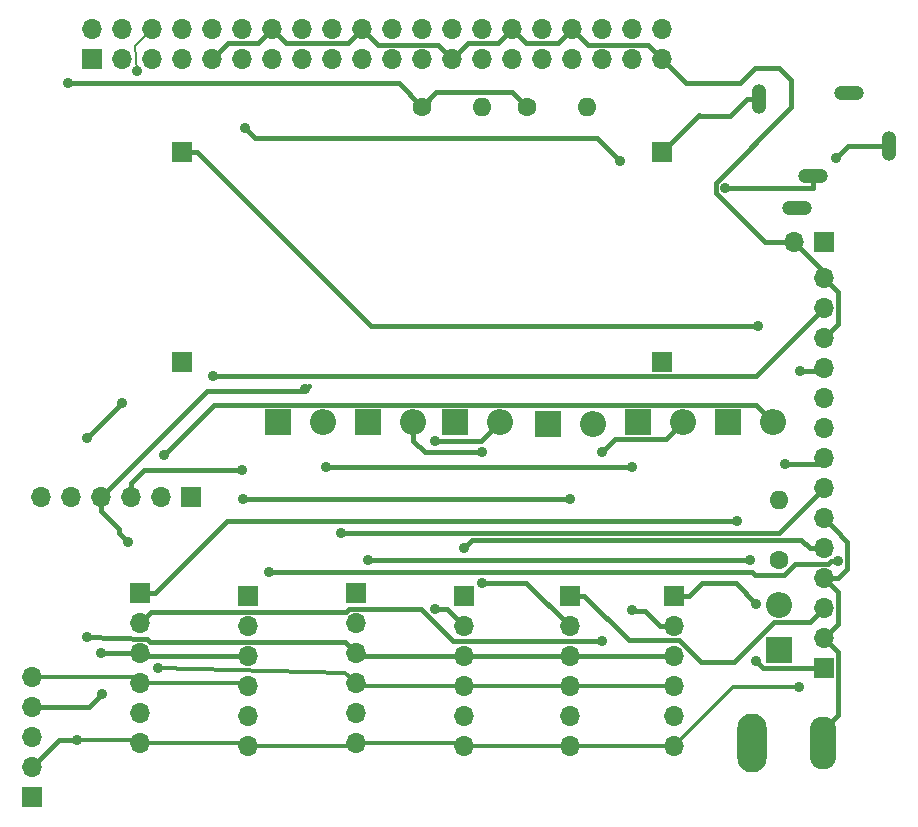
<source format=gbl>
G04 #@! TF.GenerationSoftware,KiCad,Pcbnew,(5.0.1)-4*
G04 #@! TF.CreationDate,2019-03-02T10:25:11-05:00*
G04 #@! TF.ProjectId,cubesatsim_solar,6375626573617473696D5F736F6C6172,B2.0*
G04 #@! TF.SameCoordinates,Original*
G04 #@! TF.FileFunction,Copper,L2,Bot,Signal*
G04 #@! TF.FilePolarity,Positive*
%FSLAX46Y46*%
G04 Gerber Fmt 4.6, Leading zero omitted, Abs format (unit mm)*
G04 Created by KiCad (PCBNEW (5.0.1)-4) date 3/2/2019 10:25:11 AM*
%MOMM*%
%LPD*%
G01*
G04 APERTURE LIST*
G04 #@! TA.AperFunction,ComponentPad*
%ADD10R,2.200000X2.200000*%
G04 #@! TD*
G04 #@! TA.AperFunction,ComponentPad*
%ADD11O,2.200000X2.200000*%
G04 #@! TD*
G04 #@! TA.AperFunction,ComponentPad*
%ADD12C,1.600000*%
G04 #@! TD*
G04 #@! TA.AperFunction,ComponentPad*
%ADD13O,1.600000X1.600000*%
G04 #@! TD*
G04 #@! TA.AperFunction,ComponentPad*
%ADD14R,1.700000X1.700000*%
G04 #@! TD*
G04 #@! TA.AperFunction,ComponentPad*
%ADD15O,1.700000X1.700000*%
G04 #@! TD*
G04 #@! TA.AperFunction,ComponentPad*
%ADD16O,2.500000X5.000000*%
G04 #@! TD*
G04 #@! TA.AperFunction,ComponentPad*
%ADD17O,2.250000X4.500000*%
G04 #@! TD*
G04 #@! TA.AperFunction,ComponentPad*
%ADD18O,1.258000X2.516000*%
G04 #@! TD*
G04 #@! TA.AperFunction,ComponentPad*
%ADD19O,2.516000X1.258000*%
G04 #@! TD*
G04 #@! TA.AperFunction,ViaPad*
%ADD20C,0.889000*%
G04 #@! TD*
G04 #@! TA.AperFunction,Conductor*
%ADD21C,0.400000*%
G04 #@! TD*
G04 #@! TA.AperFunction,Conductor*
%ADD22C,0.200000*%
G04 #@! TD*
G04 #@! TA.AperFunction,Conductor*
%ADD23C,0.300000*%
G04 #@! TD*
G04 APERTURE END LIST*
D10*
G04 #@! TO.P,D7,1*
G04 #@! TO.N,Net-(D7-Pad1)*
X171476000Y-126084000D03*
D11*
G04 #@! TO.P,D7,2*
G04 #@! TO.N,Net-(D7-Pad2)*
X171476000Y-122274000D03*
G04 #@! TD*
D12*
G04 #@! TO.P,R3,1*
G04 #@! TO.N,+3V3*
X171476000Y-118464000D03*
D13*
G04 #@! TO.P,R3,2*
G04 #@! TO.N,Net-(D7-Pad2)*
X171476000Y-113384000D03*
G04 #@! TD*
D14*
G04 #@! TO.P,J13,1*
G04 #@! TO.N,-Z_In*
X121692000Y-113130000D03*
D15*
G04 #@! TO.P,J13,2*
G04 #@! TO.N,-Z_Out*
X119152000Y-113130000D03*
G04 #@! TO.P,J13,3*
G04 #@! TO.N,SDA_3*
X116612000Y-113130000D03*
G04 #@! TO.P,J13,4*
G04 #@! TO.N,SCL_3*
X114072000Y-113130000D03*
G04 #@! TO.P,J13,5*
G04 #@! TO.N,GND*
X111532000Y-113130000D03*
G04 #@! TO.P,J13,6*
G04 #@! TO.N,+3V3*
X108992000Y-113130000D03*
G04 #@! TD*
D14*
G04 #@! TO.P,J17,1*
G04 #@! TO.N,Net-(J17-Pad1)*
X120930000Y-83920000D03*
G04 #@! TD*
G04 #@! TO.P,J2,1*
G04 #@! TO.N,+X_In*
X175286000Y-127608000D03*
D15*
G04 #@! TO.P,J2,2*
G04 #@! TO.N,GND*
X175286000Y-125068000D03*
G04 #@! TO.P,J2,3*
G04 #@! TO.N,+Y_In*
X175286000Y-122528000D03*
G04 #@! TO.P,J2,4*
G04 #@! TO.N,GND*
X175286000Y-119988000D03*
G04 #@! TO.P,J2,5*
G04 #@! TO.N,+Z_In*
X175286000Y-117448000D03*
G04 #@! TO.P,J2,6*
G04 #@! TO.N,GND*
X175286000Y-114908000D03*
G04 #@! TO.P,J2,7*
G04 #@! TO.N,VbattIn*
X175286000Y-112368000D03*
G04 #@! TO.P,J2,8*
G04 #@! TO.N,VbattOut*
X175286000Y-109828000D03*
G04 #@! TO.P,J2,9*
G04 #@! TO.N,-X_In*
X175286000Y-107288000D03*
G04 #@! TO.P,J2,10*
G04 #@! TO.N,GND*
X175286000Y-104748000D03*
G04 #@! TO.P,J2,11*
G04 #@! TO.N,-Y_In*
X175286000Y-102208000D03*
G04 #@! TO.P,J2,12*
G04 #@! TO.N,GND*
X175286000Y-99668000D03*
G04 #@! TO.P,J2,13*
G04 #@! TO.N,-Z_In*
X175286000Y-97128000D03*
G04 #@! TO.P,J2,14*
G04 #@! TO.N,GND*
X175286000Y-94588000D03*
G04 #@! TD*
D16*
G04 #@! TO.P,J1,1*
G04 #@! TO.N,Net-(J1-Pad1)*
X169190000Y-133958000D03*
D17*
G04 #@! TO.P,J1,2*
G04 #@! TO.N,GND*
X175190000Y-133958000D03*
G04 #@! TD*
D18*
G04 #@! TO.P,J3,1*
G04 #@! TO.N,Net-(J1-Pad1)*
X180794000Y-83416000D03*
D19*
G04 #@! TO.P,J3,2*
G04 #@! TO.N,Net-(J17-Pad1)*
X172994000Y-88616000D03*
G04 #@! TO.P,J3,3*
G04 #@! TO.N,Net-(D1-Pad1)*
X174394000Y-85916000D03*
D18*
G04 #@! TO.P,J3,4*
G04 #@! TO.N,Net-(J15-Pad1)*
X169794000Y-79416000D03*
D19*
G04 #@! TO.P,J3,5*
G04 #@! TO.N,Net-(J3-Pad5)*
X177394000Y-78916000D03*
G04 #@! TD*
D10*
G04 #@! TO.P,D6,1*
G04 #@! TO.N,Net-(D1-Pad1)*
X167158000Y-106780000D03*
D11*
G04 #@! TO.P,D6,2*
G04 #@! TO.N,-Z_Out*
X170968000Y-106780000D03*
G04 #@! TD*
D14*
G04 #@! TO.P,P3,1*
G04 #@! TO.N,+3V3*
X113310000Y-76046000D03*
D15*
G04 #@! TO.P,P3,2*
G04 #@! TO.N,+5V*
X113310000Y-73506000D03*
G04 #@! TO.P,P3,3*
G04 #@! TO.N,SDA_1*
X115850000Y-76046000D03*
G04 #@! TO.P,P3,4*
G04 #@! TO.N,+5V*
X115850000Y-73506000D03*
G04 #@! TO.P,P3,5*
G04 #@! TO.N,SCL_1*
X118390000Y-76046000D03*
G04 #@! TO.P,P3,6*
G04 #@! TO.N,GND*
X118390000Y-73506000D03*
G04 #@! TO.P,P3,7*
G04 #@! TO.N,Net-(P3-Pad7)*
X120930000Y-76046000D03*
G04 #@! TO.P,P3,8*
G04 #@! TO.N,Net-(P3-Pad8)*
X120930000Y-73506000D03*
G04 #@! TO.P,P3,9*
G04 #@! TO.N,GND*
X123470000Y-76046000D03*
G04 #@! TO.P,P3,10*
G04 #@! TO.N,Net-(P3-Pad10)*
X123470000Y-73506000D03*
G04 #@! TO.P,P3,11*
G04 #@! TO.N,Net-(D7-Pad1)*
X126010000Y-76046000D03*
G04 #@! TO.P,P3,12*
G04 #@! TO.N,Net-(P3-Pad12)*
X126010000Y-73506000D03*
G04 #@! TO.P,P3,13*
G04 #@! TO.N,Net-(P3-Pad13)*
X128550000Y-76046000D03*
G04 #@! TO.P,P3,14*
G04 #@! TO.N,GND*
X128550000Y-73506000D03*
G04 #@! TO.P,P3,15*
G04 #@! TO.N,Net-(P3-Pad15)*
X131090000Y-76046000D03*
G04 #@! TO.P,P3,16*
G04 #@! TO.N,Net-(P3-Pad16)*
X131090000Y-73506000D03*
G04 #@! TO.P,P3,17*
G04 #@! TO.N,Net-(P3-Pad17)*
X133630000Y-76046000D03*
G04 #@! TO.P,P3,18*
G04 #@! TO.N,Net-(P3-Pad18)*
X133630000Y-73506000D03*
G04 #@! TO.P,P3,19*
G04 #@! TO.N,Net-(P3-Pad19)*
X136170000Y-76046000D03*
G04 #@! TO.P,P3,20*
G04 #@! TO.N,GND*
X136170000Y-73506000D03*
G04 #@! TO.P,P3,21*
G04 #@! TO.N,Net-(P3-Pad21)*
X138710000Y-76046000D03*
G04 #@! TO.P,P3,22*
G04 #@! TO.N,Net-(P3-Pad22)*
X138710000Y-73506000D03*
G04 #@! TO.P,P3,23*
G04 #@! TO.N,Net-(P3-Pad23)*
X141250000Y-76046000D03*
G04 #@! TO.P,P3,24*
G04 #@! TO.N,Net-(P3-Pad24)*
X141250000Y-73506000D03*
G04 #@! TO.P,P3,25*
G04 #@! TO.N,GND*
X143790000Y-76046000D03*
G04 #@! TO.P,P3,26*
G04 #@! TO.N,Net-(P3-Pad26)*
X143790000Y-73506000D03*
G04 #@! TO.P,P3,27*
G04 #@! TO.N,SDA_3*
X146330000Y-76046000D03*
G04 #@! TO.P,P3,28*
G04 #@! TO.N,SCL_3*
X146330000Y-73506000D03*
G04 #@! TO.P,P3,29*
G04 #@! TO.N,Net-(P3-Pad29)*
X148870000Y-76046000D03*
G04 #@! TO.P,P3,30*
G04 #@! TO.N,GND*
X148870000Y-73506000D03*
G04 #@! TO.P,P3,31*
G04 #@! TO.N,Net-(P3-Pad31)*
X151410000Y-76046000D03*
G04 #@! TO.P,P3,32*
G04 #@! TO.N,Net-(P3-Pad32)*
X151410000Y-73506000D03*
G04 #@! TO.P,P3,33*
G04 #@! TO.N,Net-(P3-Pad33)*
X153950000Y-76046000D03*
G04 #@! TO.P,P3,34*
G04 #@! TO.N,GND*
X153950000Y-73506000D03*
G04 #@! TO.P,P3,35*
G04 #@! TO.N,Net-(P3-Pad35)*
X156490000Y-76046000D03*
G04 #@! TO.P,P3,36*
G04 #@! TO.N,Net-(P3-Pad36)*
X156490000Y-73506000D03*
G04 #@! TO.P,P3,37*
G04 #@! TO.N,Net-(P3-Pad37)*
X159030000Y-76046000D03*
G04 #@! TO.P,P3,38*
G04 #@! TO.N,N/C*
X159030000Y-73506000D03*
G04 #@! TO.P,P3,39*
G04 #@! TO.N,GND*
X161570000Y-76046000D03*
G04 #@! TO.P,P3,40*
G04 #@! TO.N,Net-(P3-Pad40)*
X161570000Y-73506000D03*
G04 #@! TD*
D14*
G04 #@! TO.P,J14,1*
G04 #@! TO.N,GND*
X120930000Y-101700000D03*
G04 #@! TD*
G04 #@! TO.P,J15,1*
G04 #@! TO.N,Net-(J15-Pad1)*
X161570000Y-83920000D03*
G04 #@! TD*
G04 #@! TO.P,J16,1*
G04 #@! TO.N,GND*
X161570000Y-101700000D03*
G04 #@! TD*
G04 #@! TO.P,J4,1*
G04 #@! TO.N,Net-(J3-Pad5)*
X175286000Y-91540000D03*
D15*
G04 #@! TO.P,J4,2*
G04 #@! TO.N,GND*
X172746000Y-91540000D03*
G04 #@! TD*
D14*
G04 #@! TO.P,J11,1*
G04 #@! TO.N,-X_In*
X126518000Y-121512000D03*
D15*
G04 #@! TO.P,J11,2*
G04 #@! TO.N,-X_Out*
X126518000Y-124052000D03*
G04 #@! TO.P,J11,3*
G04 #@! TO.N,SDA_3*
X126518000Y-126592000D03*
G04 #@! TO.P,J11,4*
G04 #@! TO.N,SCL_3*
X126518000Y-129132000D03*
G04 #@! TO.P,J11,5*
G04 #@! TO.N,GND*
X126518000Y-131672000D03*
G04 #@! TO.P,J11,6*
G04 #@! TO.N,+3V3*
X126518000Y-134212000D03*
G04 #@! TD*
D14*
G04 #@! TO.P,J6,1*
G04 #@! TO.N,+5V*
X108230000Y-138530000D03*
D15*
G04 #@! TO.P,J6,2*
G04 #@! TO.N,+3V3*
X108230000Y-135990000D03*
G04 #@! TO.P,J6,3*
G04 #@! TO.N,GND*
X108230000Y-133450000D03*
G04 #@! TO.P,J6,4*
G04 #@! TO.N,SDA_3*
X108230000Y-130910000D03*
G04 #@! TO.P,J6,5*
G04 #@! TO.N,SCL_3*
X108230000Y-128370000D03*
G04 #@! TD*
D13*
G04 #@! TO.P,R1,2*
G04 #@! TO.N,SCL_3*
X155220000Y-80110000D03*
D12*
G04 #@! TO.P,R1,1*
G04 #@! TO.N,+3V3*
X150140000Y-80110000D03*
G04 #@! TD*
G04 #@! TO.P,R2,1*
G04 #@! TO.N,+3V3*
X141250000Y-80046500D03*
D13*
G04 #@! TO.P,R2,2*
G04 #@! TO.N,SDA_3*
X146330000Y-80046500D03*
G04 #@! TD*
D14*
G04 #@! TO.P,J10,1*
G04 #@! TO.N,VbattIn*
X135662000Y-121258000D03*
D15*
G04 #@! TO.P,J10,2*
G04 #@! TO.N,VbattOut*
X135662000Y-123798000D03*
G04 #@! TO.P,J10,3*
G04 #@! TO.N,SDA_1*
X135662000Y-126338000D03*
G04 #@! TO.P,J10,4*
G04 #@! TO.N,SCL_1*
X135662000Y-128878000D03*
G04 #@! TO.P,J10,5*
G04 #@! TO.N,GND*
X135662000Y-131418000D03*
G04 #@! TO.P,J10,6*
G04 #@! TO.N,+3V3*
X135662000Y-133958000D03*
G04 #@! TD*
G04 #@! TO.P,J12,6*
G04 #@! TO.N,+3V3*
X117374000Y-133958000D03*
G04 #@! TO.P,J12,5*
G04 #@! TO.N,GND*
X117374000Y-131418000D03*
G04 #@! TO.P,J12,4*
G04 #@! TO.N,SCL_3*
X117374000Y-128878000D03*
G04 #@! TO.P,J12,3*
G04 #@! TO.N,SDA_3*
X117374000Y-126338000D03*
G04 #@! TO.P,J12,2*
G04 #@! TO.N,-Y_Out*
X117374000Y-123798000D03*
D14*
G04 #@! TO.P,J12,1*
G04 #@! TO.N,-Y_In*
X117374000Y-121258000D03*
G04 #@! TD*
G04 #@! TO.P,J8,1*
G04 #@! TO.N,+Y_In*
X153759500Y-121512000D03*
D15*
G04 #@! TO.P,J8,2*
G04 #@! TO.N,+Y_Out*
X153759500Y-124052000D03*
G04 #@! TO.P,J8,3*
G04 #@! TO.N,SDA_1*
X153759500Y-126592000D03*
G04 #@! TO.P,J8,4*
G04 #@! TO.N,SCL_1*
X153759500Y-129132000D03*
G04 #@! TO.P,J8,5*
G04 #@! TO.N,GND*
X153759500Y-131672000D03*
G04 #@! TO.P,J8,6*
G04 #@! TO.N,+3V3*
X153759500Y-134212000D03*
G04 #@! TD*
G04 #@! TO.P,J7,6*
G04 #@! TO.N,+3V3*
X162586000Y-134212000D03*
G04 #@! TO.P,J7,5*
G04 #@! TO.N,GND*
X162586000Y-131672000D03*
G04 #@! TO.P,J7,4*
G04 #@! TO.N,SCL_1*
X162586000Y-129132000D03*
G04 #@! TO.P,J7,3*
G04 #@! TO.N,SDA_1*
X162586000Y-126592000D03*
G04 #@! TO.P,J7,2*
G04 #@! TO.N,+X_Out*
X162586000Y-124052000D03*
D14*
G04 #@! TO.P,J7,1*
G04 #@! TO.N,+X_In*
X162586000Y-121512000D03*
G04 #@! TD*
G04 #@! TO.P,J9,1*
G04 #@! TO.N,+Z_In*
X144806000Y-121512000D03*
D15*
G04 #@! TO.P,J9,2*
G04 #@! TO.N,+Z_Out*
X144806000Y-124052000D03*
G04 #@! TO.P,J9,3*
G04 #@! TO.N,SDA_1*
X144806000Y-126592000D03*
G04 #@! TO.P,J9,4*
G04 #@! TO.N,SCL_1*
X144806000Y-129132000D03*
G04 #@! TO.P,J9,5*
G04 #@! TO.N,GND*
X144806000Y-131672000D03*
G04 #@! TO.P,J9,6*
G04 #@! TO.N,+3V3*
X144806000Y-134212000D03*
G04 #@! TD*
D11*
G04 #@! TO.P,D4,2*
G04 #@! TO.N,-X_Out*
X155728000Y-106907000D03*
D10*
G04 #@! TO.P,D4,1*
G04 #@! TO.N,Net-(D1-Pad1)*
X151918000Y-106907000D03*
G04 #@! TD*
G04 #@! TO.P,D3,1*
G04 #@! TO.N,Net-(D1-Pad1)*
X144044000Y-106780000D03*
D11*
G04 #@! TO.P,D3,2*
G04 #@! TO.N,+Z_Out*
X147854000Y-106780000D03*
G04 #@! TD*
G04 #@! TO.P,D5,2*
G04 #@! TO.N,-Y_Out*
X163348000Y-106780000D03*
D10*
G04 #@! TO.P,D5,1*
G04 #@! TO.N,Net-(D1-Pad1)*
X159538000Y-106780000D03*
G04 #@! TD*
G04 #@! TO.P,D2,1*
G04 #@! TO.N,Net-(D1-Pad1)*
X136678000Y-106780000D03*
D11*
G04 #@! TO.P,D2,2*
G04 #@! TO.N,+Y_Out*
X140488000Y-106780000D03*
G04 #@! TD*
D10*
G04 #@! TO.P,D1,1*
G04 #@! TO.N,Net-(D1-Pad1)*
X129058000Y-106780000D03*
D11*
G04 #@! TO.P,D1,2*
G04 #@! TO.N,+X_Out*
X132868000Y-106780000D03*
G04 #@! TD*
D20*
G04 #@! TO.N,GND*
X117120000Y-77062000D03*
G04 #@! TO.N,SDA_1*
X112871999Y-124998001D03*
X115830000Y-105145002D03*
X112871999Y-108103003D03*
G04 #@! TO.N,SCL_1*
X118898000Y-127608000D03*
G04 #@! TO.N,Net-(D1-Pad1)*
X166904000Y-86968000D03*
G04 #@! TO.N,VbattIn*
X134392000Y-116178000D03*
G04 #@! TO.N,VbattOut*
X136678000Y-118464000D03*
X169069383Y-118464000D03*
X171984000Y-110336000D03*
G04 #@! TO.N,+3V3*
X112040000Y-133704000D03*
X173207990Y-129178010D03*
X111278000Y-78078000D03*
G04 #@! TO.N,SDA_3*
X114159999Y-129806001D03*
X114072000Y-126338000D03*
X126010000Y-110844000D03*
G04 #@! TO.N,SCL_3*
X131344000Y-103986000D03*
X116358000Y-116940000D03*
G04 #@! TO.N,Net-(J17-Pad1)*
X169698000Y-98609990D03*
X169698000Y-98609990D03*
G04 #@! TO.N,+Y_Out*
X146330000Y-109320000D03*
X146330000Y-120369000D03*
G04 #@! TO.N,-Z_Out*
X119406000Y-109574000D03*
G04 #@! TO.N,-X_Out*
X126130501Y-113250501D03*
X126130501Y-113250501D03*
X153829499Y-113250501D03*
G04 #@! TO.N,+X_Out*
X159030000Y-110590000D03*
X159030000Y-122714081D03*
X133122000Y-110590000D03*
G04 #@! TO.N,+Z_Out*
X142335999Y-122597999D03*
X142335999Y-108361001D03*
G04 #@! TO.N,-Y_Out*
X156490000Y-125322000D03*
X156490000Y-109320000D03*
X156490000Y-109320000D03*
G04 #@! TO.N,-X_In*
X128296000Y-119480000D03*
X176486001Y-118533999D03*
G04 #@! TO.N,-Y_In*
X167920000Y-115162000D03*
X173254000Y-102462000D03*
G04 #@! TO.N,+Z_In*
X144806000Y-117448000D03*
G04 #@! TO.N,+X_In*
X169540010Y-126978012D03*
X169540010Y-122129020D03*
G04 #@! TO.N,-Z_In*
X123539999Y-102900001D03*
G04 #@! TO.N,Net-(J1-Pad1)*
X176302000Y-84428000D03*
G04 #@! TO.N,Net-(D7-Pad1)*
X158014000Y-84682000D03*
X126264000Y-81888000D03*
G04 #@! TD*
D21*
G04 #@! TO.N,GND*
X127700001Y-74355999D02*
X128550000Y-73506000D01*
X127349999Y-74706001D02*
X127700001Y-74355999D01*
X124809999Y-74706001D02*
X127349999Y-74706001D01*
X123470000Y-76046000D02*
X124809999Y-74706001D01*
X135320001Y-74355999D02*
X136170000Y-73506000D01*
X134969999Y-74706001D02*
X135320001Y-74355999D01*
X129750001Y-74706001D02*
X134969999Y-74706001D01*
X128550000Y-73506000D02*
X129750001Y-74706001D01*
X142940001Y-75196001D02*
X143790000Y-76046000D01*
X142589999Y-74845999D02*
X142940001Y-75196001D01*
X137509999Y-74845999D02*
X142589999Y-74845999D01*
X136170000Y-73506000D02*
X137509999Y-74845999D01*
X148020001Y-74355999D02*
X148870000Y-73506000D01*
X147669999Y-74706001D02*
X148020001Y-74355999D01*
X145129999Y-74706001D02*
X147669999Y-74706001D01*
X143790000Y-76046000D02*
X145129999Y-74706001D01*
X153100001Y-74355999D02*
X153950000Y-73506000D01*
X152749999Y-74706001D02*
X153100001Y-74355999D01*
X150070001Y-74706001D02*
X152749999Y-74706001D01*
X148870000Y-73506000D02*
X150070001Y-74706001D01*
X160720001Y-75196001D02*
X161570000Y-76046000D01*
X160369999Y-74845999D02*
X160720001Y-75196001D01*
X155289999Y-74845999D02*
X160369999Y-74845999D01*
X153950000Y-73506000D02*
X155289999Y-74845999D01*
X171543919Y-91540000D02*
X172746000Y-91540000D01*
X166109499Y-87349361D02*
X170300138Y-91540000D01*
X172492000Y-80100471D02*
X166109499Y-86482972D01*
X163602000Y-78078000D02*
X168174000Y-78078000D01*
X161570000Y-76046000D02*
X163602000Y-78078000D01*
X170300138Y-91540000D02*
X171543919Y-91540000D01*
X168174000Y-78078000D02*
X169444000Y-76808000D01*
X169444000Y-76808000D02*
X171476000Y-76808000D01*
X171476000Y-76808000D02*
X172492000Y-77824000D01*
X166109499Y-86482972D02*
X166109499Y-87349361D01*
X172492000Y-77824000D02*
X172492000Y-80100471D01*
X175286000Y-94080000D02*
X175286000Y-94588000D01*
X172746000Y-91540000D02*
X175286000Y-94080000D01*
X176135999Y-125917999D02*
X175286000Y-125068000D01*
X176486001Y-126268001D02*
X176135999Y-125917999D01*
X176486001Y-131536999D02*
X176486001Y-126268001D01*
X175190000Y-132833000D02*
X176486001Y-131536999D01*
X175190000Y-133958000D02*
X175190000Y-132833000D01*
X176135999Y-120837999D02*
X175286000Y-119988000D01*
X176486001Y-121188001D02*
X176135999Y-120837999D01*
X176486001Y-123867999D02*
X176486001Y-121188001D01*
X175286000Y-125068000D02*
X176486001Y-123867999D01*
X176135999Y-115757999D02*
X175286000Y-114908000D01*
X177280502Y-116902502D02*
X176135999Y-115757999D01*
X177280502Y-119195579D02*
X177280502Y-116902502D01*
X176488081Y-119988000D02*
X177280502Y-119195579D01*
X175286000Y-119988000D02*
X176488081Y-119988000D01*
X176135999Y-98818001D02*
X175286000Y-99668000D01*
X176486001Y-98467999D02*
X176135999Y-98818001D01*
X176486001Y-95788001D02*
X176486001Y-98467999D01*
X175286000Y-94588000D02*
X176486001Y-95788001D01*
D22*
X116950001Y-74945999D02*
X117120000Y-77062000D01*
X118390000Y-73506000D02*
X116950001Y-74945999D01*
X117120000Y-77062000D02*
X116950001Y-76892001D01*
X117120000Y-77062000D02*
X116950001Y-76892001D01*
D21*
G04 #@! TO.N,SDA_1*
X161383919Y-126592000D02*
X153759500Y-126592000D01*
X162586000Y-126592000D02*
X161383919Y-126592000D01*
X153759500Y-126592000D02*
X144806000Y-126592000D01*
X135916000Y-126592000D02*
X135662000Y-126338000D01*
X144806000Y-126592000D02*
X135916000Y-126592000D01*
X117950001Y-125137999D02*
X112871999Y-124998001D01*
X118204001Y-125391999D02*
X117950001Y-125137999D01*
X135662000Y-126338000D02*
X134715999Y-125391999D01*
X134715999Y-125391999D02*
X118204001Y-125391999D01*
X112871999Y-108103003D02*
X115830000Y-105145002D01*
D23*
G04 #@! TO.N,SCL_1*
X161383919Y-129132000D02*
X153759500Y-129132000D01*
X162586000Y-129132000D02*
X161383919Y-129132000D01*
X152557419Y-129132000D02*
X144806000Y-129132000D01*
X153759500Y-129132000D02*
X152557419Y-129132000D01*
X135916000Y-129132000D02*
X135662000Y-128878000D01*
X144806000Y-129132000D02*
X135916000Y-129132000D01*
X134765999Y-127981999D02*
X118898000Y-127608000D01*
X135662000Y-128878000D02*
X134765999Y-127981999D01*
D21*
G04 #@! TO.N,Net-(D1-Pad1)*
X174394000Y-86945000D02*
X174394000Y-85916000D01*
X174371000Y-86968000D02*
X174394000Y-86945000D01*
X166904000Y-86968000D02*
X174371000Y-86968000D01*
G04 #@! TO.N,VbattIn*
X171476000Y-116178000D02*
X169698000Y-116178000D01*
X175286000Y-112368000D02*
X171476000Y-116178000D01*
X134392000Y-116178000D02*
X169698000Y-116178000D01*
X169698000Y-116178000D02*
X169952000Y-116178000D01*
G04 #@! TO.N,VbattOut*
X169069383Y-118464000D02*
X169069383Y-118464000D01*
X136678000Y-118464000D02*
X136678000Y-118464000D01*
X169069383Y-118464000D02*
X136678000Y-118464000D01*
X174778000Y-110336000D02*
X175286000Y-109828000D01*
X171984000Y-110336000D02*
X174778000Y-110336000D01*
G04 #@! TO.N,+3V3*
X142456500Y-78840000D02*
X141250000Y-80046500D01*
X150140000Y-80110000D02*
X148870000Y-78840000D01*
X148870000Y-78840000D02*
X142456500Y-78840000D01*
X114960500Y-78078000D02*
X139281500Y-78078000D01*
X139281500Y-78078000D02*
X141250000Y-80046500D01*
X114960500Y-78078000D02*
X111278000Y-78078000D01*
X111786000Y-78078000D02*
X111786000Y-78078000D01*
X110516000Y-133704000D02*
X112040000Y-133704000D01*
X108230000Y-135990000D02*
X110516000Y-133704000D01*
X111786000Y-78078000D02*
X111786000Y-78078000D01*
D23*
X117120000Y-133704000D02*
X117374000Y-133958000D01*
X112040000Y-133704000D02*
X117120000Y-133704000D01*
X126264000Y-133958000D02*
X126518000Y-134212000D01*
X117374000Y-133958000D02*
X126264000Y-133958000D01*
X135408000Y-134212000D02*
X135662000Y-133958000D01*
X126518000Y-134212000D02*
X135408000Y-134212000D01*
X144552000Y-133958000D02*
X144806000Y-134212000D01*
X135662000Y-133958000D02*
X144552000Y-133958000D01*
X146008081Y-134212000D02*
X153759500Y-134212000D01*
X144806000Y-134212000D02*
X146008081Y-134212000D01*
X153759500Y-134212000D02*
X162586000Y-134212000D01*
X167619990Y-129178010D02*
X173207990Y-129178010D01*
X162586000Y-134212000D02*
X167619990Y-129178010D01*
X173207990Y-129178010D02*
X173207990Y-129178010D01*
D21*
X111786000Y-78078000D02*
X111278000Y-78078000D01*
X111278000Y-78078000D02*
X111786000Y-78078000D01*
G04 #@! TO.N,Net-(J15-Pad1)*
X161570000Y-83920000D02*
X164745000Y-80745000D01*
X168765000Y-79416000D02*
X167309000Y-80872000D01*
X169794000Y-79416000D02*
X168765000Y-79416000D01*
X164872000Y-80872000D02*
X164745000Y-80745000D01*
X167309000Y-80872000D02*
X164872000Y-80872000D01*
G04 #@! TO.N,SDA_3*
X114159999Y-129806001D02*
X114159999Y-129806001D01*
X113056000Y-130910000D02*
X114159999Y-129806001D01*
X108230000Y-130910000D02*
X113056000Y-130910000D01*
X117628000Y-126592000D02*
X117374000Y-126338000D01*
X126518000Y-126592000D02*
X117628000Y-126592000D01*
X117374000Y-126338000D02*
X114072000Y-126338000D01*
X114072000Y-126338000D02*
X114072000Y-126338000D01*
X116612000Y-111927919D02*
X117695919Y-110844000D01*
X116612000Y-113130000D02*
X116612000Y-111927919D01*
X117695919Y-110844000D02*
X126010000Y-110844000D01*
X126010000Y-110844000D02*
X126010000Y-110844000D01*
D23*
G04 #@! TO.N,SCL_3*
X116866000Y-128370000D02*
X117374000Y-128878000D01*
X108230000Y-128370000D02*
X116866000Y-128370000D01*
X126264000Y-128878000D02*
X126518000Y-129132000D01*
X117374000Y-128878000D02*
X126264000Y-128878000D01*
D21*
X114072000Y-114332081D02*
X115596000Y-115856081D01*
X114072000Y-113130000D02*
X114072000Y-114332081D01*
X115596000Y-115856081D02*
X115596000Y-115856081D01*
X115596000Y-115856081D02*
X115596000Y-115856081D01*
X114921999Y-112280001D02*
X114072000Y-113130000D01*
X123078502Y-104123498D02*
X114921999Y-112280001D01*
X131206502Y-104123498D02*
X123078502Y-104123498D01*
X131651001Y-103678999D02*
X131206502Y-104123498D01*
X115596000Y-116178000D02*
X116358000Y-116940000D01*
X115596000Y-115856081D02*
X115596000Y-116178000D01*
G04 #@! TO.N,Net-(J17-Pad1)*
X122180000Y-83920000D02*
X120930000Y-83920000D01*
X136912000Y-98652000D02*
X122180000Y-83920000D01*
X136954010Y-98609990D02*
X136912000Y-98652000D01*
X165930010Y-98609990D02*
X165634000Y-98609990D01*
X165634000Y-98609990D02*
X136954010Y-98609990D01*
X165930010Y-98609990D02*
X169698000Y-98609990D01*
X169698000Y-98609990D02*
X169909990Y-98609990D01*
X169698000Y-98609990D02*
X169698000Y-98609990D01*
G04 #@! TO.N,+Y_Out*
X150076500Y-120369000D02*
X153759500Y-124052000D01*
X146330000Y-120369000D02*
X150076500Y-120369000D01*
X140488000Y-108335634D02*
X140488000Y-106780000D01*
X141472366Y-109320000D02*
X140488000Y-108335634D01*
X146330000Y-109320000D02*
X141472366Y-109320000D01*
G04 #@! TO.N,-Z_Out*
X169517999Y-105329999D02*
X123650001Y-105329999D01*
X170968000Y-106780000D02*
X169517999Y-105329999D01*
X123650001Y-105329999D02*
X119406000Y-109574000D01*
X119406000Y-109574000D02*
X119406000Y-109574000D01*
G04 #@! TO.N,-X_Out*
X126130501Y-113250501D02*
X153829499Y-113250501D01*
X153829499Y-113250501D02*
X153829499Y-113250501D01*
G04 #@! TO.N,+X_Out*
X161383919Y-124052000D02*
X160113919Y-122782000D01*
X162586000Y-124052000D02*
X161383919Y-124052000D01*
X160113919Y-122782000D02*
X159030000Y-122782000D01*
X159030000Y-110590000D02*
X133122000Y-110590000D01*
X133122000Y-110590000D02*
X133122000Y-110590000D01*
G04 #@! TO.N,+Z_Out*
X143351999Y-122597999D02*
X144806000Y-124052000D01*
X142335999Y-122597999D02*
X143351999Y-122597999D01*
X146272999Y-108361001D02*
X147854000Y-106780000D01*
X142335999Y-108361001D02*
X146272999Y-108361001D01*
G04 #@! TO.N,-Y_Out*
X141160137Y-122597999D02*
X143884138Y-125322000D01*
X135085999Y-122597999D02*
X141160137Y-122597999D01*
X134831999Y-122851999D02*
X135085999Y-122597999D01*
X117374000Y-123798000D02*
X118320001Y-122851999D01*
X118320001Y-122851999D02*
X134831999Y-122851999D01*
X143884138Y-125322000D02*
X156490000Y-125322000D01*
X156490000Y-125322000D02*
X156490000Y-125322000D01*
X162248001Y-107879999D02*
X163348000Y-106780000D01*
X161897999Y-108230001D02*
X162248001Y-107879999D01*
X157579999Y-108230001D02*
X161897999Y-108230001D01*
X156490000Y-109320000D02*
X157579999Y-108230001D01*
G04 #@! TO.N,-X_In*
X169190000Y-119480000D02*
X128296000Y-119480000D01*
X128296000Y-119480000D02*
X128276000Y-119480000D01*
X172854003Y-118787999D02*
X171908002Y-119734000D01*
X175603384Y-118787999D02*
X172854003Y-118787999D01*
X176486001Y-118533999D02*
X175857384Y-118533999D01*
X175857384Y-118533999D02*
X175603384Y-118787999D01*
X169444000Y-119734000D02*
X169190000Y-119480000D01*
X171908002Y-119734000D02*
X169444000Y-119734000D01*
G04 #@! TO.N,-Y_In*
X118624000Y-121258000D02*
X124720000Y-115162000D01*
X117374000Y-121258000D02*
X118624000Y-121258000D01*
X124720000Y-115162000D02*
X167920000Y-115162000D01*
X167920000Y-115162000D02*
X167920000Y-115162000D01*
X175032000Y-102462000D02*
X175286000Y-102208000D01*
X173254000Y-102462000D02*
X175032000Y-102462000D01*
G04 #@! TO.N,+Z_In*
X174083919Y-117448000D02*
X175286000Y-117448000D01*
X173363929Y-116728010D02*
X174083919Y-117448000D01*
X145525990Y-116728010D02*
X173363929Y-116728010D01*
X144806000Y-117448000D02*
X145525990Y-116728010D01*
G04 #@! TO.N,+Y_In*
X163022003Y-125252001D02*
X158749501Y-125252001D01*
X167683980Y-127069010D02*
X164839012Y-127069010D01*
X164839012Y-127069010D02*
X163022003Y-125252001D01*
X171028989Y-123724001D02*
X167683980Y-127069010D01*
X158749501Y-125252001D02*
X155009500Y-121512000D01*
X174089999Y-123724001D02*
X171028989Y-123724001D01*
X155009500Y-121512000D02*
X153759500Y-121512000D01*
X175286000Y-122528000D02*
X174089999Y-123724001D01*
G04 #@! TO.N,+X_In*
X163836000Y-121512000D02*
X162586000Y-121512000D01*
X167810980Y-120399990D02*
X164948010Y-120399990D01*
X169540010Y-122129020D02*
X169540010Y-122129020D01*
X170169998Y-127608000D02*
X169540010Y-126978012D01*
X164948010Y-120399990D02*
X163836000Y-121512000D01*
X175286000Y-127608000D02*
X170169998Y-127608000D01*
X169540010Y-126978012D02*
X169540010Y-126978012D01*
X169540010Y-122129020D02*
X167810980Y-120399990D01*
G04 #@! TO.N,-Z_In*
X169513999Y-102900001D02*
X123539999Y-102900001D01*
X175286000Y-97128000D02*
X169513999Y-102900001D01*
X123539999Y-102900001D02*
X123539999Y-102900001D01*
G04 #@! TO.N,Net-(J1-Pad1)*
X177314000Y-83416000D02*
X180794000Y-83416000D01*
X176302000Y-84428000D02*
X177314000Y-83416000D01*
G04 #@! TO.N,Net-(D7-Pad1)*
X156051999Y-82719999D02*
X127095999Y-82719999D01*
X158014000Y-84682000D02*
X156051999Y-82719999D01*
X127095999Y-82719999D02*
X126264000Y-81888000D01*
X126264000Y-81888000D02*
X126264000Y-81888000D01*
G04 #@! TD*
M02*

</source>
